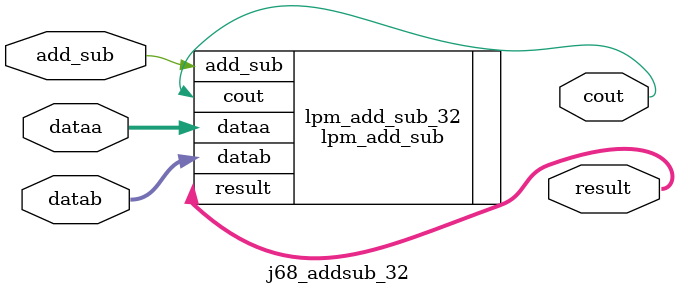
<source format=v>

module j68_addsub_32
(
    input         add_sub,
    input  [31:0] dataa,
    input  [31:0] datab,
    output        cout,
    output [31:0] result
);

`ifdef verilator3

    // Testbench
    wire [32:0] w_result;
  
    assign w_result = (add_sub) ? { 1'b0, dataa } + { 1'b0, datab }
                                : { 1'b0, dataa } - { 1'b0, datab };
                       
    assign cout   = ~w_result[32];
    assign result = w_result[31:0];

`else

    // Synthesis
    lpm_add_sub
    #(
        .lpm_direction      ("UNUSED"),
        .lpm_hint           ("ONE_INPUT_IS_CONSTANT=NO,CIN_USED=NO"),
        .lpm_representation ("UNSIGNED"),
        .lpm_type           ("LPM_ADD_SUB"),
        .lpm_width          (32)
    )
    lpm_add_sub_32
    (
        .add_sub            (add_sub),
        .dataa              (dataa),
        .datab              (datab),
        .cout               (cout),
        .result             (result)
        // synopsys translate_off
        ,
        .aclr               (),
        .cin                (),
        .clken              (),
        .clock              (),
        .overflow           ()
        // synopsys translate_on
    );
    
`endif

endmodule

</source>
